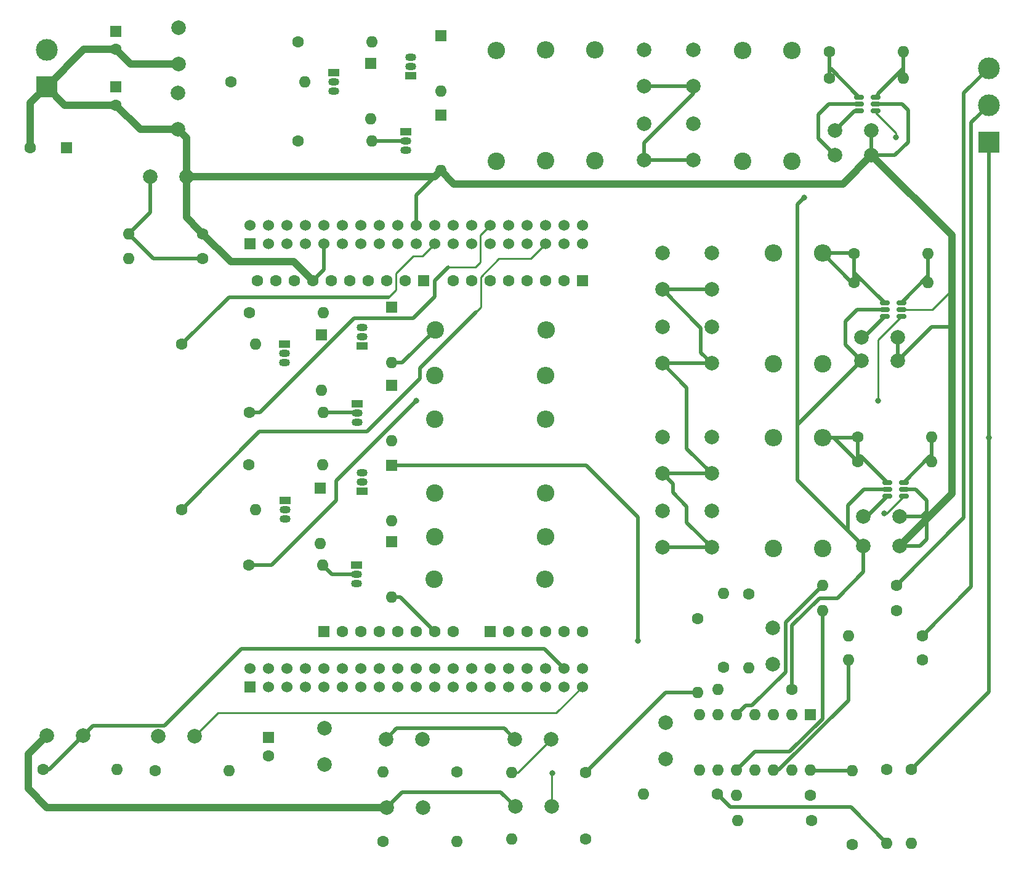
<source format=gbr>
%TF.GenerationSoftware,KiCad,Pcbnew,7.0.8*%
%TF.CreationDate,2024-01-04T13:34:46+01:00*%
%TF.ProjectId,Inverter F446,496e7665-7274-4657-9220-463434362e6b,rev?*%
%TF.SameCoordinates,Original*%
%TF.FileFunction,Copper,L1,Top*%
%TF.FilePolarity,Positive*%
%FSLAX46Y46*%
G04 Gerber Fmt 4.6, Leading zero omitted, Abs format (unit mm)*
G04 Created by KiCad (PCBNEW 7.0.8) date 2024-01-04 13:34:46*
%MOMM*%
%LPD*%
G01*
G04 APERTURE LIST*
G04 Aperture macros list*
%AMRoundRect*
0 Rectangle with rounded corners*
0 $1 Rounding radius*
0 $2 $3 $4 $5 $6 $7 $8 $9 X,Y pos of 4 corners*
0 Add a 4 corners polygon primitive as box body*
4,1,4,$2,$3,$4,$5,$6,$7,$8,$9,$2,$3,0*
0 Add four circle primitives for the rounded corners*
1,1,$1+$1,$2,$3*
1,1,$1+$1,$4,$5*
1,1,$1+$1,$6,$7*
1,1,$1+$1,$8,$9*
0 Add four rect primitives between the rounded corners*
20,1,$1+$1,$2,$3,$4,$5,0*
20,1,$1+$1,$4,$5,$6,$7,0*
20,1,$1+$1,$6,$7,$8,$9,0*
20,1,$1+$1,$8,$9,$2,$3,0*%
G04 Aperture macros list end*
%TA.AperFunction,ComponentPad*%
%ADD10C,2.000000*%
%TD*%
%TA.AperFunction,ComponentPad*%
%ADD11C,1.600000*%
%TD*%
%TA.AperFunction,ComponentPad*%
%ADD12O,1.600000X1.600000*%
%TD*%
%TA.AperFunction,ComponentPad*%
%ADD13R,1.600000X1.600000*%
%TD*%
%TA.AperFunction,ComponentPad*%
%ADD14R,1.500000X1.050000*%
%TD*%
%TA.AperFunction,ComponentPad*%
%ADD15O,1.500000X1.050000*%
%TD*%
%TA.AperFunction,ComponentPad*%
%ADD16C,2.400000*%
%TD*%
%TA.AperFunction,ComponentPad*%
%ADD17O,2.400000X2.400000*%
%TD*%
%TA.AperFunction,ComponentPad*%
%ADD18R,3.000000X3.000000*%
%TD*%
%TA.AperFunction,ComponentPad*%
%ADD19C,3.000000*%
%TD*%
%TA.AperFunction,ComponentPad*%
%ADD20R,1.605000X1.605000*%
%TD*%
%TA.AperFunction,ComponentPad*%
%ADD21C,1.605000*%
%TD*%
%TA.AperFunction,ComponentPad*%
%ADD22R,1.530000X1.530000*%
%TD*%
%TA.AperFunction,ComponentPad*%
%ADD23C,1.530000*%
%TD*%
%TA.AperFunction,SMDPad,CuDef*%
%ADD24RoundRect,0.150000X0.512500X0.150000X-0.512500X0.150000X-0.512500X-0.150000X0.512500X-0.150000X0*%
%TD*%
%TA.AperFunction,ViaPad*%
%ADD25C,0.800000*%
%TD*%
%TA.AperFunction,Conductor*%
%ADD26C,0.500000*%
%TD*%
%TA.AperFunction,Conductor*%
%ADD27C,1.000000*%
%TD*%
%TA.AperFunction,Conductor*%
%ADD28C,0.250000*%
%TD*%
G04 APERTURE END LIST*
D10*
%TO.P,C12,1*%
%TO.N,Net-(C10-Pad1)*%
X109220000Y-55860000D03*
%TO.P,C12,2*%
%TO.N,GND1*%
X109220000Y-60860000D03*
%TD*%
D11*
%TO.P,R37,1*%
%TO.N,GND*%
X39260959Y-43050087D03*
D12*
%TO.P,R37,2*%
%TO.N,ADC2_IN6*%
X29100959Y-43050087D03*
%TD*%
D13*
%TO.P,D2,1,K*%
%TO.N,Net-(D2-K)*%
X62339688Y-19656242D03*
D12*
%TO.P,D2,2,A*%
%TO.N,GND*%
X62339688Y-27276242D03*
%TD*%
D10*
%TO.P,C24,1*%
%TO.N,ADC1_IN4*%
X130078061Y-85980594D03*
%TO.P,C24,2*%
%TO.N,GND*%
X135078061Y-85980594D03*
%TD*%
D14*
%TO.P,Q3,1,C*%
%TO.N,Net-(D2-K)*%
X57274523Y-20926242D03*
D15*
%TO.P,Q3,2,B*%
%TO.N,Net-(Q3-B)*%
X57274523Y-22196242D03*
%TO.P,Q3,3,E*%
%TO.N,GND*%
X57274523Y-23466242D03*
%TD*%
D16*
%TO.P,L6,1,1*%
%TO.N,Net-(D1-A)*%
X79586667Y-33127323D03*
D17*
%TO.P,L6,2,2*%
%TO.N,Net-(L1-Pad1)*%
X79586667Y-17887323D03*
%TD*%
D13*
%TO.P,C7,1*%
%TO.N,+5V*%
X27339244Y-22871589D03*
D11*
%TO.P,C7,2*%
%TO.N,GND*%
X27339244Y-25371589D03*
%TD*%
D16*
%TO.P,L16,1,1*%
%TO.N,Net-(L15-Pad2)*%
X124460000Y-86360000D03*
D17*
%TO.P,L16,2,2*%
%TO.N,Net-(U4--)*%
X124460000Y-71120000D03*
%TD*%
D11*
%TO.P,R5,1*%
%TO.N,TIM_CH2N*%
X45685407Y-67651038D03*
D12*
%TO.P,R5,2*%
%TO.N,Net-(Q6-B)*%
X55845407Y-67651038D03*
%TD*%
D11*
%TO.P,R14,1*%
%TO.N,GND*%
X114300000Y-92611804D03*
D12*
%TO.P,R14,2*%
%TO.N,Net-(U5A-+)*%
X114300000Y-102771804D03*
%TD*%
D18*
%TO.P,J1,1,Pin_1*%
%TO.N,GND*%
X17780000Y-22860000D03*
D19*
%TO.P,J1,2,Pin_2*%
%TO.N,+5V*%
X17780000Y-17780000D03*
%TD*%
D11*
%TO.P,R1,1*%
%TO.N,Net-(D2-K)*%
X52379688Y-16701823D03*
D12*
%TO.P,R1,2*%
%TO.N,Net-(Q2-B)*%
X62539688Y-16701823D03*
%TD*%
D14*
%TO.P,Q8,1,C*%
%TO.N,Net-(D8-A)*%
X61147815Y-78446962D03*
D15*
%TO.P,Q8,2,B*%
%TO.N,Net-(Q8-B)*%
X61147815Y-77176962D03*
%TO.P,Q8,3,E*%
%TO.N,+5V*%
X61147815Y-75906962D03*
%TD*%
D10*
%TO.P,C25,1*%
%TO.N,ADC1_IN10*%
X87187777Y-112579296D03*
%TO.P,C25,2*%
%TO.N,GND*%
X82187777Y-112579296D03*
%TD*%
D11*
%TO.P,R22,1*%
%TO.N,ADC1_IN4*%
X122815658Y-120253120D03*
D12*
%TO.P,R22,2*%
%TO.N,Net-(U5C-+)*%
X112655658Y-120253120D03*
%TD*%
D11*
%TO.P,R32,1*%
%TO.N,ADC3_IN1*%
X64049887Y-126628662D03*
D12*
%TO.P,R32,2*%
%TO.N,Net-(R32-Pad2)*%
X74209887Y-126628662D03*
%TD*%
D11*
%TO.P,R25,1*%
%TO.N,Phase2*%
X138179567Y-101648266D03*
D12*
%TO.P,R25,2*%
%TO.N,Net-(U5D-+)*%
X128019567Y-101648266D03*
%TD*%
D11*
%TO.P,R21,1*%
%TO.N,Phase3*%
X133320319Y-116710364D03*
D12*
%TO.P,R21,2*%
%TO.N,Net-(U5C--)*%
X133320319Y-126870364D03*
%TD*%
D10*
%TO.P,C34,1*%
%TO.N,ADC2_IN6*%
X32020697Y-35199069D03*
%TO.P,C34,2*%
%TO.N,GND*%
X37020697Y-35199069D03*
%TD*%
D11*
%TO.P,R28,1*%
%TO.N,Net-(U5D--)*%
X128555967Y-127055435D03*
D12*
%TO.P,R28,2*%
%TO.N,Net-(R28-Pad2)*%
X128555967Y-116895435D03*
%TD*%
D13*
%TO.P,C32,1*%
%TO.N,Net-(U1A-E5V)*%
X48260000Y-112346386D03*
D11*
%TO.P,C32,2*%
%TO.N,GND*%
X48260000Y-114846386D03*
%TD*%
%TO.P,R11,1*%
%TO.N,Phase1*%
X134620000Y-91440000D03*
D12*
%TO.P,R11,2*%
%TO.N,Net-(U5B-+)*%
X124460000Y-91440000D03*
%TD*%
D11*
%TO.P,R40,1*%
%TO.N,Net-(U4--)*%
X129287238Y-71015959D03*
D12*
%TO.P,R40,2*%
%TO.N,Phase3*%
X139447238Y-71015959D03*
%TD*%
D16*
%TO.P,L3,1,1*%
%TO.N,Net-(C1-Pad1)*%
X113453332Y-33127323D03*
D17*
%TO.P,L3,2,2*%
%TO.N,Net-(L3-Pad2)*%
X113453332Y-17887323D03*
%TD*%
D11*
%TO.P,R10,1*%
%TO.N,Net-(U2--)*%
X125402877Y-21642615D03*
D12*
%TO.P,R10,2*%
%TO.N,Phase1*%
X135562877Y-21642615D03*
%TD*%
D16*
%TO.P,L7,1,1*%
%TO.N,Net-(D5-A)*%
X71205233Y-56291482D03*
D17*
%TO.P,L7,2,2*%
%TO.N,Net-(L7-Pad2)*%
X86445233Y-56291482D03*
%TD*%
D10*
%TO.P,C21,1*%
%TO.N,ADC1_IN4*%
X129840775Y-60555652D03*
%TO.P,C21,2*%
%TO.N,GND*%
X134840775Y-60555652D03*
%TD*%
D11*
%TO.P,R39,1*%
%TO.N,Net-(U3--)*%
X128860592Y-45829420D03*
D12*
%TO.P,R39,2*%
%TO.N,Phase2*%
X139020592Y-45829420D03*
%TD*%
D20*
%TO.P,U1,CN5_1,D8*%
%TO.N,unconnected-(U1F-D8-PadCN5_1)*%
X69600000Y-49530000D03*
D21*
%TO.P,U1,CN5_2,D9*%
%TO.N,unconnected-(U1F-D9-PadCN5_2)*%
X67060000Y-49530000D03*
%TO.P,U1,CN5_3,D10*%
%TO.N,unconnected-(U1F-D10-PadCN5_3)*%
X64520000Y-49530000D03*
%TO.P,U1,CN5_4,D11*%
%TO.N,unconnected-(U1F-D11-PadCN5_4)*%
X61980000Y-49530000D03*
%TO.P,U1,CN5_5,D12*%
%TO.N,unconnected-(U1F-D12-PadCN5_5)*%
X59440000Y-49530000D03*
%TO.P,U1,CN5_6,D13*%
%TO.N,unconnected-(U1F-D13-PadCN5_6)*%
X56900000Y-49530000D03*
%TO.P,U1,CN5_7,CN5_GND*%
%TO.N,GND*%
X54360000Y-49530000D03*
%TO.P,U1,CN5_8,AREF*%
%TO.N,unconnected-(U1F-AREF-PadCN5_8)*%
X51820000Y-49530000D03*
%TO.P,U1,CN5_9,D14*%
%TO.N,unconnected-(U1F-D14-PadCN5_9)*%
X49280000Y-49530000D03*
%TO.P,U1,CN5_10,D15*%
%TO.N,unconnected-(U1F-D15-PadCN5_10)*%
X46740000Y-49530000D03*
D20*
%TO.P,U1,CN6_1*%
%TO.N,N/C*%
X55880000Y-97790000D03*
D21*
%TO.P,U1,CN6_2,CN6_IOREF*%
%TO.N,unconnected-(U1C-CN6_IOREF-PadCN6_2)*%
X58420000Y-97790000D03*
%TO.P,U1,CN6_3,CN6_RESET*%
%TO.N,unconnected-(U1C-CN6_RESET-PadCN6_3)*%
X60960000Y-97790000D03*
%TO.P,U1,CN6_4,CN6_+3V3*%
%TO.N,+3.3V*%
X63500000Y-97790000D03*
%TO.P,U1,CN6_5,CN6_+5V*%
%TO.N,unconnected-(U1C-CN6_+5V-PadCN6_5)*%
X66040000Y-97790000D03*
%TO.P,U1,CN6_6,CN6_GND*%
%TO.N,GND*%
X68580000Y-97790000D03*
%TO.P,U1,CN6_7,CN6_GND*%
X71120000Y-97790000D03*
%TO.P,U1,CN6_8,CN6_VIN*%
%TO.N,unconnected-(U1C-CN6_VIN-PadCN6_8)*%
X73660000Y-97790000D03*
D22*
%TO.P,U1,CN7_1,PC10*%
%TO.N,unconnected-(U1A-PC10-PadCN7_1)*%
X45720000Y-105410000D03*
D23*
%TO.P,U1,CN7_2,PC11*%
%TO.N,unconnected-(U1A-PC11-PadCN7_2)*%
X45720000Y-102870000D03*
%TO.P,U1,CN7_3,PC12*%
%TO.N,unconnected-(U1A-PC12-PadCN7_3)*%
X48260000Y-105410000D03*
%TO.P,U1,CN7_4,PD2*%
%TO.N,unconnected-(U1A-PD2-PadCN7_4)*%
X48260000Y-102870000D03*
%TO.P,U1,CN7_5,VDD*%
%TO.N,unconnected-(U1A-VDD-PadCN7_5)*%
X50800000Y-105410000D03*
%TO.P,U1,CN7_6,E5V*%
%TO.N,Net-(U1A-E5V)*%
X50800000Y-102870000D03*
%TO.P,U1,CN7_7,BOOT0*%
%TO.N,unconnected-(U1A-BOOT0-PadCN7_7)*%
X53340000Y-105410000D03*
%TO.P,U1,CN7_8,CN7_GND*%
%TO.N,GND*%
X53340000Y-102870000D03*
%TO.P,U1,CN7_9*%
%TO.N,N/C*%
X55880000Y-105410000D03*
%TO.P,U1,CN7_10*%
X55880000Y-102870000D03*
%TO.P,U1,CN7_11*%
X58420000Y-105410000D03*
%TO.P,U1,CN7_12,CN7_IOREF*%
%TO.N,unconnected-(U1A-CN7_IOREF-PadCN7_12)*%
X58420000Y-102870000D03*
%TO.P,U1,CN7_13,PA13*%
%TO.N,unconnected-(U1A-PA13-PadCN7_13)*%
X60960000Y-105410000D03*
%TO.P,U1,CN7_14,CN7_RESET*%
%TO.N,unconnected-(U1A-CN7_RESET-PadCN7_14)*%
X60960000Y-102870000D03*
%TO.P,U1,CN7_15,PA14*%
%TO.N,unconnected-(U1A-PA14-PadCN7_15)*%
X63500000Y-105410000D03*
%TO.P,U1,CN7_16,CN7_+3V3*%
%TO.N,+3.3V*%
X63500000Y-102870000D03*
%TO.P,U1,CN7_17,PA15*%
%TO.N,unconnected-(U1A-PA15-PadCN7_17)*%
X66040000Y-105410000D03*
%TO.P,U1,CN7_18,CN7_+5V*%
%TO.N,unconnected-(U1A-CN7_+5V-PadCN7_18)*%
X66040000Y-102870000D03*
%TO.P,U1,CN7_19,CN7_GND*%
%TO.N,GND*%
X68580000Y-105410000D03*
%TO.P,U1,CN7_20,CN7_GND*%
X68580000Y-102870000D03*
%TO.P,U1,CN7_21,PB7*%
%TO.N,unconnected-(U1A-PB7-PadCN7_21)*%
X71120000Y-105410000D03*
%TO.P,U1,CN7_22,CN7_GND*%
%TO.N,GND*%
X71120000Y-102870000D03*
%TO.P,U1,CN7_23,PC13*%
%TO.N,unconnected-(U1A-PC13-PadCN7_23)*%
X73660000Y-105410000D03*
%TO.P,U1,CN7_24,CN7_VIN*%
%TO.N,unconnected-(U1A-CN7_VIN-PadCN7_24)*%
X73660000Y-102870000D03*
%TO.P,U1,CN7_25,PC14*%
%TO.N,unconnected-(U1A-PC14-PadCN7_25)*%
X76200000Y-105410000D03*
%TO.P,U1,CN7_26*%
%TO.N,N/C*%
X76200000Y-102870000D03*
%TO.P,U1,CN7_27,PC15*%
%TO.N,unconnected-(U1A-PC15-PadCN7_27)*%
X78740000Y-105410000D03*
%TO.P,U1,CN7_28,PA0*%
%TO.N,ADC3_IN0*%
X78740000Y-102870000D03*
%TO.P,U1,CN7_29,PH0*%
%TO.N,unconnected-(U1A-PH0-PadCN7_29)*%
X81280000Y-105410000D03*
%TO.P,U1,CN7_30,PA1*%
%TO.N,ADC3_IN1*%
X81280000Y-102870000D03*
%TO.P,U1,CN7_31,PH1*%
%TO.N,unconnected-(U1A-PH1-PadCN7_31)*%
X83820000Y-105410000D03*
%TO.P,U1,CN7_32,PA4*%
%TO.N,ADC1_IN4*%
X83820000Y-102870000D03*
%TO.P,U1,CN7_33,VBAT*%
%TO.N,unconnected-(U1A-VBAT-PadCN7_33)*%
X86360000Y-105410000D03*
%TO.P,U1,CN7_34,PB0*%
%TO.N,unconnected-(U1A-PB0-PadCN7_34)*%
X86360000Y-102870000D03*
%TO.P,U1,CN7_35,PC2*%
%TO.N,ADC2_IN12*%
X88900000Y-105410000D03*
%TO.P,U1,CN7_36,PC1/PB9*%
%TO.N,ADC1_IN11*%
X88900000Y-102870000D03*
%TO.P,U1,CN7_37,PC3*%
%TO.N,ADC2_IN13*%
X91440000Y-105410000D03*
%TO.P,U1,CN7_38,PC0/PB8*%
%TO.N,ADC1_IN10*%
X91440000Y-102870000D03*
D20*
%TO.P,U1,CN8_1,A0*%
%TO.N,unconnected-(U1E-A0-PadCN8_1)*%
X78740000Y-97790000D03*
D21*
%TO.P,U1,CN8_2,A1*%
%TO.N,unconnected-(U1E-A1-PadCN8_2)*%
X81280000Y-97790000D03*
%TO.P,U1,CN8_3,A2*%
%TO.N,unconnected-(U1E-A2-PadCN8_3)*%
X83820000Y-97790000D03*
%TO.P,U1,CN8_4,A3*%
%TO.N,unconnected-(U1E-A3-PadCN8_4)*%
X86360000Y-97790000D03*
%TO.P,U1,CN8_5,A4*%
%TO.N,unconnected-(U1E-A4-PadCN8_5)*%
X88900000Y-97790000D03*
%TO.P,U1,CN8_6,A5*%
%TO.N,unconnected-(U1E-A5-PadCN8_6)*%
X91440000Y-97790000D03*
D20*
%TO.P,U1,CN9_1,D0*%
%TO.N,unconnected-(U1D-D0-PadCN9_1)*%
X91440000Y-49530000D03*
D21*
%TO.P,U1,CN9_2,D1*%
%TO.N,unconnected-(U1D-D1-PadCN9_2)*%
X88900000Y-49530000D03*
%TO.P,U1,CN9_3,D2*%
%TO.N,unconnected-(U1D-D2-PadCN9_3)*%
X86360000Y-49530000D03*
%TO.P,U1,CN9_4,D3*%
%TO.N,unconnected-(U1D-D3-PadCN9_4)*%
X83820000Y-49530000D03*
%TO.P,U1,CN9_5,D4*%
%TO.N,unconnected-(U1D-D4-PadCN9_5)*%
X81280000Y-49530000D03*
%TO.P,U1,CN9_6,D5*%
%TO.N,unconnected-(U1D-D5-PadCN9_6)*%
X78740000Y-49530000D03*
%TO.P,U1,CN9_7,D6*%
%TO.N,unconnected-(U1D-D6-PadCN9_7)*%
X76200000Y-49530000D03*
%TO.P,U1,CN9_8,D7*%
%TO.N,unconnected-(U1D-D7-PadCN9_8)*%
X73660000Y-49530000D03*
D22*
%TO.P,U1,CN10_1,PC9*%
%TO.N,unconnected-(U1B-PC9-PadCN10_1)*%
X45720000Y-44450000D03*
D23*
%TO.P,U1,CN10_2,PC8*%
%TO.N,unconnected-(U1B-PC8-PadCN10_2)*%
X45720000Y-41910000D03*
%TO.P,U1,CN10_3,PB8*%
%TO.N,unconnected-(U1B-PB8-PadCN10_3)*%
X48260000Y-44450000D03*
%TO.P,U1,CN10_4,PC6*%
%TO.N,unconnected-(U1B-PC6-PadCN10_4)*%
X48260000Y-41910000D03*
%TO.P,U1,CN10_5,PB9*%
%TO.N,unconnected-(U1B-PB9-PadCN10_5)*%
X50800000Y-44450000D03*
%TO.P,U1,CN10_6,PC5*%
%TO.N,unconnected-(U1B-PC5-PadCN10_6)*%
X50800000Y-41910000D03*
%TO.P,U1,CN10_7,AVDD*%
%TO.N,unconnected-(U1B-AVDD-PadCN10_7)*%
X53340000Y-44450000D03*
%TO.P,U1,CN10_8,U5V*%
%TO.N,unconnected-(U1B-U5V-PadCN10_8)*%
X53340000Y-41910000D03*
%TO.P,U1,CN10_9,CN10_GND*%
%TO.N,GND*%
X55880000Y-44450000D03*
%TO.P,U1,CN10_10*%
%TO.N,N/C*%
X55880000Y-41910000D03*
%TO.P,U1,CN10_11,PA5*%
%TO.N,unconnected-(U1B-PA5-PadCN10_11)*%
X58420000Y-44450000D03*
%TO.P,U1,CN10_12,PA12*%
%TO.N,unconnected-(U1B-PA12-PadCN10_12)*%
X58420000Y-41910000D03*
%TO.P,U1,CN10_13,PA6*%
%TO.N,ADC2_IN6*%
X60960000Y-44450000D03*
%TO.P,U1,CN10_14,PA11*%
%TO.N,unconnected-(U1B-PA11-PadCN10_14)*%
X60960000Y-41910000D03*
%TO.P,U1,CN10_15,PA7*%
%TO.N,unconnected-(U1B-PA7-PadCN10_15)*%
X63500000Y-44450000D03*
%TO.P,U1,CN10_16,PB12*%
%TO.N,unconnected-(U1B-PB12-PadCN10_16)*%
X63500000Y-41910000D03*
%TO.P,U1,CN10_17,PB6*%
%TO.N,unconnected-(U1B-PB6-PadCN10_17)*%
X66040000Y-44450000D03*
%TO.P,U1,CN10_18*%
%TO.N,N/C*%
X66040000Y-41910000D03*
%TO.P,U1,CN10_19,PC7*%
%TO.N,unconnected-(U1B-PC7-PadCN10_19)*%
X68580000Y-44450000D03*
%TO.P,U1,CN10_20,CN10_GND*%
%TO.N,GND*%
X68580000Y-41910000D03*
%TO.P,U1,CN10_21,PA9*%
%TO.N,TIM_CH2*%
X71120000Y-44450000D03*
%TO.P,U1,CN10_22,PB2*%
%TO.N,unconnected-(U1B-PB2-PadCN10_22)*%
X71120000Y-41910000D03*
%TO.P,U1,CN10_23,PA8*%
%TO.N,TIM_CH1*%
X73660000Y-44450000D03*
%TO.P,U1,CN10_24,PB1*%
%TO.N,unconnected-(U1B-PB1-PadCN10_24)*%
X73660000Y-41910000D03*
%TO.P,U1,CN10_25,PB10*%
%TO.N,unconnected-(U1B-PB10-PadCN10_25)*%
X76200000Y-44450000D03*
%TO.P,U1,CN10_26,PB15*%
%TO.N,TIM_CH3N*%
X76200000Y-41910000D03*
%TO.P,U1,CN10_27,PB4*%
%TO.N,unconnected-(U1B-PB4-PadCN10_27)*%
X78740000Y-44450000D03*
%TO.P,U1,CN10_28,PB14*%
%TO.N,TIM_CH2N*%
X78740000Y-41910000D03*
%TO.P,U1,CN10_29,PB5*%
%TO.N,unconnected-(U1B-PB5-PadCN10_29)*%
X81280000Y-44450000D03*
%TO.P,U1,CN10_30,PB13*%
%TO.N,TIM_CH1N*%
X81280000Y-41910000D03*
%TO.P,U1,CN10_31,PB3*%
%TO.N,unconnected-(U1B-PB3-PadCN10_31)*%
X83820000Y-44450000D03*
%TO.P,U1,CN10_32,AGND*%
%TO.N,unconnected-(U1B-AGND-PadCN10_32)*%
X83820000Y-41910000D03*
%TO.P,U1,CN10_33,PA10*%
%TO.N,TIM_CH3*%
X86360000Y-44450000D03*
%TO.P,U1,CN10_34,PC4*%
%TO.N,unconnected-(U1B-PC4-PadCN10_34)*%
X86360000Y-41910000D03*
%TO.P,U1,CN10_35,PA2*%
%TO.N,unconnected-(U1B-PA2-PadCN10_35)*%
X88900000Y-44450000D03*
%TO.P,U1,CN10_36*%
%TO.N,N/C*%
X88900000Y-41910000D03*
%TO.P,U1,CN10_37,PA3*%
%TO.N,unconnected-(U1B-PA3-PadCN10_37)*%
X91440000Y-44450000D03*
%TO.P,U1,CN10_38*%
%TO.N,N/C*%
X91440000Y-41910000D03*
%TD*%
D10*
%TO.P,C30,1*%
%TO.N,ADC3_IN1*%
X69530528Y-121966945D03*
%TO.P,C30,2*%
%TO.N,GND*%
X64530528Y-121966945D03*
%TD*%
D16*
%TO.P,L15,1,1*%
%TO.N,Net-(C13-Pad1)*%
X117686665Y-86360000D03*
D17*
%TO.P,L15,2,2*%
%TO.N,Net-(L15-Pad2)*%
X117686665Y-71120000D03*
%TD*%
D11*
%TO.P,R6,1*%
%TO.N,Net-(D4-K)*%
X45643489Y-53947960D03*
D12*
%TO.P,R6,2*%
%TO.N,Net-(Q5-B)*%
X55803489Y-53947960D03*
%TD*%
D11*
%TO.P,R31,1*%
%TO.N,ADC2_IN13*%
X32730388Y-116927792D03*
D12*
%TO.P,R31,2*%
%TO.N,Net-(R31-Pad2)*%
X42890388Y-116927792D03*
%TD*%
D11*
%TO.P,R24,1*%
%TO.N,Net-(R23-Pad2)*%
X91932762Y-126311292D03*
D12*
%TO.P,R24,2*%
%TO.N,ADC2_IN12*%
X81772762Y-126311292D03*
%TD*%
D11*
%TO.P,R18,1*%
%TO.N,Net-(U4--)*%
X129287238Y-74405629D03*
D12*
%TO.P,R18,2*%
%TO.N,Phase3*%
X139447238Y-74405629D03*
%TD*%
D11*
%TO.P,R26,1*%
%TO.N,Phase3*%
X136681888Y-116739651D03*
D12*
%TO.P,R26,2*%
%TO.N,Net-(U5D--)*%
X136681888Y-126899651D03*
%TD*%
D10*
%TO.P,C13,1*%
%TO.N,Net-(C13-Pad1)*%
X102446667Y-71040000D03*
%TO.P,C13,2*%
%TO.N,GND1*%
X102446667Y-76040000D03*
%TD*%
D13*
%TO.P,D3,1,K*%
%TO.N,Net-(D1-A)*%
X71966667Y-26777323D03*
D12*
%TO.P,D3,2,A*%
%TO.N,GND*%
X71966667Y-34397323D03*
%TD*%
D16*
%TO.P,L11,1,1*%
%TO.N,Net-(L10-Pad2)*%
X124460000Y-60960000D03*
D17*
%TO.P,L11,2,2*%
%TO.N,Net-(U3--)*%
X124460000Y-45720000D03*
%TD*%
D11*
%TO.P,R36,1*%
%TO.N,ADC2_IN6*%
X39263895Y-46456938D03*
D12*
%TO.P,R36,2*%
%TO.N,+5V*%
X29103895Y-46456938D03*
%TD*%
D10*
%TO.P,C19,1*%
%TO.N,ADC1_IN4*%
X126223022Y-32251284D03*
%TO.P,C19,2*%
%TO.N,GND*%
X131223022Y-32251284D03*
%TD*%
D16*
%TO.P,L9,1,1*%
%TO.N,Net-(L8-Pad2)*%
X71120000Y-68580000D03*
D17*
%TO.P,L9,2,2*%
%TO.N,Net-(C10-Pad1)*%
X86360000Y-68580000D03*
%TD*%
D11*
%TO.P,R7,1*%
%TO.N,TIM_CH3*%
X36350390Y-80986962D03*
D12*
%TO.P,R7,2*%
%TO.N,Net-(Q7-B)*%
X46510390Y-80986962D03*
%TD*%
D10*
%TO.P,C23,1*%
%TO.N,+5V*%
X102884990Y-110277675D03*
%TO.P,C23,2*%
%TO.N,GND*%
X102884990Y-115277675D03*
%TD*%
D14*
%TO.P,Q2,1,C*%
%TO.N,Net-(D1-A)*%
X67894116Y-21328393D03*
D15*
%TO.P,Q2,2,B*%
%TO.N,Net-(Q2-B)*%
X67894116Y-20058393D03*
%TO.P,Q2,3,E*%
%TO.N,+5V*%
X67894116Y-18788393D03*
%TD*%
D24*
%TO.P,U4,1*%
%TO.N,Net-(R32-Pad2)*%
X135643856Y-79160826D03*
%TO.P,U4,2,GND*%
%TO.N,GND*%
X135643856Y-78210826D03*
%TO.P,U4,3,+*%
%TO.N,Phase3*%
X135643856Y-77260826D03*
%TO.P,U4,4,-*%
%TO.N,Net-(U4--)*%
X133368856Y-77260826D03*
%TO.P,U4,5,REF*%
%TO.N,ADC1_IN4*%
X133368856Y-78210826D03*
%TO.P,U4,6,V+*%
%TO.N,+5V*%
X133368856Y-79160826D03*
%TD*%
D10*
%TO.P,C3,1*%
%TO.N,Net-(C1-Pad1)*%
X99906666Y-27914127D03*
%TO.P,C3,2*%
%TO.N,GND1*%
X99906666Y-32914127D03*
%TD*%
%TO.P,C28,1*%
%TO.N,ADC1_IN11*%
X22780000Y-112103866D03*
%TO.P,C28,2*%
%TO.N,GND*%
X17780000Y-112103866D03*
%TD*%
D11*
%TO.P,R29,1*%
%TO.N,Net-(R28-Pad2)*%
X74228929Y-117082212D03*
D12*
%TO.P,R29,2*%
%TO.N,ADC3_IN0*%
X64068929Y-117082212D03*
%TD*%
D16*
%TO.P,L12,1,1*%
%TO.N,Net-(D8-A)*%
X71120000Y-78740000D03*
D17*
%TO.P,L12,2,2*%
%TO.N,Net-(L12-Pad2)*%
X86360000Y-78740000D03*
%TD*%
D16*
%TO.P,L14,1,1*%
%TO.N,Net-(L13-Pad2)*%
X71053576Y-90563547D03*
D17*
%TO.P,L14,2,2*%
%TO.N,Net-(C13-Pad1)*%
X86293576Y-90563547D03*
%TD*%
D10*
%TO.P,C22,1*%
%TO.N,+5V*%
X130078061Y-81930594D03*
%TO.P,C22,2*%
%TO.N,GND*%
X135078061Y-81930594D03*
%TD*%
%TO.P,C20,1*%
%TO.N,+5V*%
X129840775Y-57266421D03*
%TO.P,C20,2*%
%TO.N,GND*%
X134840775Y-57266421D03*
%TD*%
D14*
%TO.P,Q9,1,C*%
%TO.N,Net-(D8-A)*%
X60427815Y-88606962D03*
D15*
%TO.P,Q9,2,B*%
%TO.N,Net-(Q9-B)*%
X60427815Y-89876962D03*
%TO.P,Q9,3,E*%
%TO.N,GND*%
X60427815Y-91146962D03*
%TD*%
D13*
%TO.P,D4,1,K*%
%TO.N,Net-(D4-K)*%
X55566016Y-56982470D03*
D12*
%TO.P,D4,2,A*%
%TO.N,GND*%
X55566016Y-64602470D03*
%TD*%
D10*
%TO.P,C6,1*%
%TO.N,+5V*%
X35939341Y-14742570D03*
%TO.P,C6,2*%
%TO.N,GND*%
X35939341Y-19742570D03*
%TD*%
D11*
%TO.P,R17,1*%
%TO.N,Net-(U5B--)*%
X107286967Y-96031382D03*
D12*
%TO.P,R17,2*%
%TO.N,Net-(R17-Pad2)*%
X107286967Y-106191382D03*
%TD*%
D10*
%TO.P,C4,1*%
%TO.N,Net-(C1-Pad1)*%
X106679999Y-27914127D03*
%TO.P,C4,2*%
%TO.N,GND1*%
X106679999Y-32914127D03*
%TD*%
D13*
%TO.P,C8,1*%
%TO.N,+5V*%
X27339244Y-15210639D03*
D11*
%TO.P,C8,2*%
%TO.N,GND*%
X27339244Y-17710639D03*
%TD*%
%TO.P,R27,1*%
%TO.N,ADC1_IN4*%
X122956641Y-123783096D03*
D12*
%TO.P,R27,2*%
%TO.N,Net-(U5D-+)*%
X112796641Y-123783096D03*
%TD*%
D10*
%TO.P,C5,1*%
%TO.N,+5V*%
X35829030Y-23685503D03*
%TO.P,C5,2*%
%TO.N,GND*%
X35829030Y-28685503D03*
%TD*%
D16*
%TO.P,L8,1,1*%
%TO.N,Net-(L7-Pad2)*%
X71120000Y-62535377D03*
D17*
%TO.P,L8,2,2*%
%TO.N,Net-(L8-Pad2)*%
X86360000Y-62535377D03*
%TD*%
D10*
%TO.P,C16,1*%
%TO.N,Net-(C13-Pad1)*%
X109220000Y-81180000D03*
%TO.P,C16,2*%
%TO.N,GND1*%
X109220000Y-86180000D03*
%TD*%
%TO.P,C14,1*%
%TO.N,Net-(C13-Pad1)*%
X109220000Y-71040000D03*
%TO.P,C14,2*%
%TO.N,GND1*%
X109220000Y-76040000D03*
%TD*%
%TO.P,C27,1*%
%TO.N,ADC3_IN0*%
X69503792Y-112555624D03*
%TO.P,C27,2*%
%TO.N,GND*%
X64503792Y-112555624D03*
%TD*%
%TO.P,C9,1*%
%TO.N,Net-(C10-Pad1)*%
X102446667Y-45720000D03*
%TO.P,C9,2*%
%TO.N,GND1*%
X102446667Y-50720000D03*
%TD*%
D16*
%TO.P,L1,1,1*%
%TO.N,Net-(L1-Pad1)*%
X86360000Y-33020000D03*
D17*
%TO.P,L1,2,2*%
%TO.N,Net-(L1-Pad2)*%
X86360000Y-17780000D03*
%TD*%
D13*
%TO.P,D8,1,K*%
%TO.N,+5V*%
X65240351Y-74929895D03*
D12*
%TO.P,D8,2,A*%
%TO.N,Net-(D8-A)*%
X65240351Y-82549895D03*
%TD*%
D10*
%TO.P,C10,1*%
%TO.N,Net-(C10-Pad1)*%
X109220000Y-45720000D03*
%TO.P,C10,2*%
%TO.N,GND1*%
X109220000Y-50720000D03*
%TD*%
D13*
%TO.P,D5,1,K*%
%TO.N,+5V*%
X65272386Y-53194390D03*
D12*
%TO.P,D5,2,A*%
%TO.N,Net-(D5-A)*%
X65272386Y-60814390D03*
%TD*%
D10*
%TO.P,C26,1*%
%TO.N,ADC2_IN12*%
X87225483Y-121815448D03*
%TO.P,C26,2*%
%TO.N,GND*%
X82225483Y-121815448D03*
%TD*%
D11*
%TO.P,R38,1*%
%TO.N,Net-(U2--)*%
X125402877Y-17977129D03*
D12*
%TO.P,R38,2*%
%TO.N,Phase1*%
X135562877Y-17977129D03*
%TD*%
D11*
%TO.P,R4,1*%
%TO.N,TIM_CH2*%
X36402410Y-58252470D03*
D12*
%TO.P,R4,2*%
%TO.N,Net-(Q1-B)*%
X46562410Y-58252470D03*
%TD*%
D11*
%TO.P,R3,1*%
%TO.N,TIM_CH1N*%
X52379688Y-30289442D03*
D12*
%TO.P,R3,2*%
%TO.N,Net-(Q4-B)*%
X62539688Y-30289442D03*
%TD*%
D14*
%TO.P,Q5,1,C*%
%TO.N,Net-(D5-A)*%
X61199835Y-58514732D03*
D15*
%TO.P,Q5,2,B*%
%TO.N,Net-(Q5-B)*%
X61199835Y-57244732D03*
%TO.P,Q5,3,E*%
%TO.N,+5V*%
X61199835Y-55974732D03*
%TD*%
D11*
%TO.P,R8,1*%
%TO.N,TIM_CH3N*%
X45633387Y-88606962D03*
D12*
%TO.P,R8,2*%
%TO.N,Net-(Q9-B)*%
X55793387Y-88606962D03*
%TD*%
D11*
%TO.P,R15,1*%
%TO.N,Net-(U3--)*%
X128834806Y-49767842D03*
D12*
%TO.P,R15,2*%
%TO.N,Phase2*%
X138994806Y-49767842D03*
%TD*%
D10*
%TO.P,C29,1*%
%TO.N,ADC2_IN13*%
X38157677Y-112201796D03*
%TO.P,C29,2*%
%TO.N,GND*%
X33157677Y-112201796D03*
%TD*%
D13*
%TO.P,D1,1,K*%
%TO.N,+5V*%
X71966667Y-15830566D03*
D12*
%TO.P,D1,2,A*%
%TO.N,Net-(D1-A)*%
X71966667Y-23450566D03*
%TD*%
D11*
%TO.P,R16,1*%
%TO.N,ADC1_IN4*%
X120278364Y-105719119D03*
D12*
%TO.P,R16,2*%
%TO.N,Net-(U5B-+)*%
X110118364Y-105719119D03*
%TD*%
D11*
%TO.P,R9,1*%
%TO.N,Net-(D7-K)*%
X45591469Y-74825039D03*
D12*
%TO.P,R9,2*%
%TO.N,Net-(Q8-B)*%
X55751469Y-74825039D03*
%TD*%
D13*
%TO.P,D7,1,K*%
%TO.N,Net-(D7-K)*%
X55375315Y-78048918D03*
D12*
%TO.P,D7,2,A*%
%TO.N,GND*%
X55375315Y-85668918D03*
%TD*%
D16*
%TO.P,L13,1,1*%
%TO.N,Net-(L12-Pad2)*%
X71120000Y-84718198D03*
D17*
%TO.P,L13,2,2*%
%TO.N,Net-(L13-Pad2)*%
X86360000Y-84718198D03*
%TD*%
D13*
%TO.P,C33,1*%
%TO.N,+5V*%
X20563953Y-31261220D03*
D11*
%TO.P,C33,2*%
%TO.N,GND*%
X15563953Y-31261220D03*
%TD*%
D10*
%TO.P,C1,1*%
%TO.N,Net-(C1-Pad1)*%
X99906666Y-17774127D03*
%TO.P,C1,2*%
%TO.N,GND1*%
X99906666Y-22774127D03*
%TD*%
D14*
%TO.P,Q1,1,C*%
%TO.N,Net-(D4-K)*%
X50500851Y-58252470D03*
D15*
%TO.P,Q1,2,B*%
%TO.N,Net-(Q1-B)*%
X50500851Y-59522470D03*
%TO.P,Q1,3,E*%
%TO.N,GND*%
X50500851Y-60792470D03*
%TD*%
D13*
%TO.P,D9,1,K*%
%TO.N,Net-(D8-A)*%
X65243743Y-85450239D03*
D12*
%TO.P,D9,2,A*%
%TO.N,GND*%
X65243743Y-93070239D03*
%TD*%
D10*
%TO.P,C17,1*%
%TO.N,+5V*%
X126199089Y-28871610D03*
%TO.P,C17,2*%
%TO.N,GND*%
X131199089Y-28871610D03*
%TD*%
D11*
%TO.P,R30,1*%
%TO.N,ADC1_IN11*%
X17294668Y-116715617D03*
D12*
%TO.P,R30,2*%
%TO.N,Net-(R30-Pad2)*%
X27454668Y-116715617D03*
%TD*%
D14*
%TO.P,Q6,1,C*%
%TO.N,Net-(D5-A)*%
X60479835Y-66439277D03*
D15*
%TO.P,Q6,2,B*%
%TO.N,Net-(Q6-B)*%
X60479835Y-67709277D03*
%TO.P,Q6,3,E*%
%TO.N,GND*%
X60479835Y-68979277D03*
%TD*%
D16*
%TO.P,L2,1,1*%
%TO.N,Net-(L1-Pad2)*%
X93133333Y-32964127D03*
D17*
%TO.P,L2,2,2*%
%TO.N,Net-(C1-Pad1)*%
X93133333Y-17724127D03*
%TD*%
D11*
%TO.P,R2,1*%
%TO.N,TIM_CH1*%
X43176082Y-22177431D03*
D12*
%TO.P,R2,2*%
%TO.N,Net-(Q3-B)*%
X53336082Y-22177431D03*
%TD*%
D10*
%TO.P,C11,1*%
%TO.N,Net-(C10-Pad1)*%
X102446667Y-55860000D03*
%TO.P,C11,2*%
%TO.N,GND1*%
X102446667Y-60860000D03*
%TD*%
%TO.P,C15,1*%
%TO.N,Net-(C13-Pad1)*%
X102446667Y-81180000D03*
%TO.P,C15,2*%
%TO.N,GND1*%
X102446667Y-86180000D03*
%TD*%
%TO.P,C31,1*%
%TO.N,Net-(U1A-E5V)*%
X55999631Y-111028765D03*
%TO.P,C31,2*%
%TO.N,GND*%
X55999631Y-116028765D03*
%TD*%
D11*
%TO.P,R20,1*%
%TO.N,Phase1*%
X134652999Y-94895396D03*
D12*
%TO.P,R20,2*%
%TO.N,Net-(U5C-+)*%
X124492999Y-94895396D03*
%TD*%
D10*
%TO.P,C18,1*%
%TO.N,Net-(U5A-+)*%
X117629435Y-102268518D03*
%TO.P,C18,2*%
%TO.N,GND*%
X117629435Y-97268518D03*
%TD*%
D13*
%TO.P,U5,1*%
%TO.N,ADC1_IN4*%
X122796621Y-109220000D03*
D12*
%TO.P,U5,2,-*%
X120256621Y-109220000D03*
%TO.P,U5,3,+*%
%TO.N,Net-(U5A-+)*%
X117716621Y-109220000D03*
%TO.P,U5,4,V+*%
%TO.N,+5V*%
X115176621Y-109220000D03*
%TO.P,U5,5,+*%
%TO.N,Net-(U5B-+)*%
X112636621Y-109220000D03*
%TO.P,U5,6,-*%
%TO.N,Net-(U5B--)*%
X110096621Y-109220000D03*
%TO.P,U5,7*%
%TO.N,Net-(R17-Pad2)*%
X107556621Y-109220000D03*
%TO.P,U5,8*%
%TO.N,Net-(R23-Pad2)*%
X107556621Y-116840000D03*
%TO.P,U5,9,-*%
%TO.N,Net-(U5C--)*%
X110096621Y-116840000D03*
%TO.P,U5,10,+*%
%TO.N,Net-(U5C-+)*%
X112636621Y-116840000D03*
%TO.P,U5,11,V-*%
%TO.N,GND*%
X115176621Y-116840000D03*
%TO.P,U5,12,+*%
%TO.N,Net-(U5D-+)*%
X117716621Y-116840000D03*
%TO.P,U5,13,-*%
%TO.N,Net-(U5D--)*%
X120256621Y-116840000D03*
%TO.P,U5,14*%
%TO.N,Net-(R28-Pad2)*%
X122796621Y-116840000D03*
%TD*%
D18*
%TO.P,J2,1,Pin_1*%
%TO.N,Phase3*%
X147320000Y-30480000D03*
D19*
%TO.P,J2,2,Pin_2*%
%TO.N,Phase2*%
X147320000Y-25400000D03*
%TO.P,J2,3,Pin_3*%
%TO.N,Phase1*%
X147320000Y-20320000D03*
%TD*%
D11*
%TO.P,R23,1*%
%TO.N,Net-(U5C--)*%
X110017191Y-120101531D03*
D12*
%TO.P,R23,2*%
%TO.N,Net-(R23-Pad2)*%
X99857191Y-120101531D03*
%TD*%
D24*
%TO.P,U2,1*%
%TO.N,Net-(R30-Pad2)*%
X131786589Y-26149754D03*
%TO.P,U2,2,GND*%
%TO.N,GND*%
X131786589Y-25199754D03*
%TO.P,U2,3,+*%
%TO.N,Phase1*%
X131786589Y-24249754D03*
%TO.P,U2,4,-*%
%TO.N,Net-(U2--)*%
X129511589Y-24249754D03*
%TO.P,U2,5,REF*%
%TO.N,ADC1_IN4*%
X129511589Y-25199754D03*
%TO.P,U2,6,V+*%
%TO.N,+5V*%
X129511589Y-26149754D03*
%TD*%
D16*
%TO.P,L4,1,1*%
%TO.N,Net-(L3-Pad2)*%
X120226667Y-33127323D03*
D17*
%TO.P,L4,2,2*%
%TO.N,Net-(U2--)*%
X120226667Y-17887323D03*
%TD*%
D24*
%TO.P,U3,1*%
%TO.N,Net-(R31-Pad2)*%
X135302338Y-54442906D03*
%TO.P,U3,2,GND*%
%TO.N,GND*%
X135302338Y-53492906D03*
%TO.P,U3,3,+*%
%TO.N,Phase2*%
X135302338Y-52542906D03*
%TO.P,U3,4,-*%
%TO.N,Net-(U3--)*%
X133027338Y-52542906D03*
%TO.P,U3,5,REF*%
%TO.N,ADC1_IN4*%
X133027338Y-53492906D03*
%TO.P,U3,6,V+*%
%TO.N,+5V*%
X133027338Y-54442906D03*
%TD*%
D10*
%TO.P,C2,1*%
%TO.N,Net-(C1-Pad1)*%
X106679999Y-17774127D03*
%TO.P,C2,2*%
%TO.N,GND1*%
X106679999Y-22774127D03*
%TD*%
D11*
%TO.P,R12,1*%
%TO.N,Phase2*%
X138203982Y-98332267D03*
D12*
%TO.P,R12,2*%
%TO.N,Net-(U5B--)*%
X128043982Y-98332267D03*
%TD*%
D13*
%TO.P,D6,1,K*%
%TO.N,Net-(D5-A)*%
X65272386Y-63899492D03*
D12*
%TO.P,D6,2,A*%
%TO.N,GND*%
X65272386Y-71519492D03*
%TD*%
D16*
%TO.P,L10,1,1*%
%TO.N,Net-(C10-Pad1)*%
X117686665Y-60960000D03*
D17*
%TO.P,L10,2,2*%
%TO.N,Net-(L10-Pad2)*%
X117686665Y-45720000D03*
%TD*%
D11*
%TO.P,R19,1*%
%TO.N,Net-(R17-Pad2)*%
X91906915Y-117204549D03*
D12*
%TO.P,R19,2*%
%TO.N,ADC1_IN10*%
X81746915Y-117204549D03*
%TD*%
D14*
%TO.P,Q4,1,C*%
%TO.N,Net-(D1-A)*%
X67174116Y-29015621D03*
D15*
%TO.P,Q4,2,B*%
%TO.N,Net-(Q4-B)*%
X67174116Y-30285621D03*
%TO.P,Q4,3,E*%
%TO.N,GND*%
X67174116Y-31555621D03*
%TD*%
D11*
%TO.P,R13,1*%
%TO.N,Net-(U5A-+)*%
X110880422Y-102655886D03*
D12*
%TO.P,R13,2*%
%TO.N,+3.3V*%
X110880422Y-92495886D03*
%TD*%
D14*
%TO.P,Q7,1,C*%
%TO.N,Net-(D7-K)*%
X50560678Y-79703833D03*
D15*
%TO.P,Q7,2,B*%
%TO.N,Net-(Q7-B)*%
X50560678Y-80973833D03*
%TO.P,Q7,3,E*%
%TO.N,GND*%
X50560678Y-82243833D03*
%TD*%
D25*
%TO.N,+5V*%
X99060000Y-99060000D03*
%TO.N,Phase3*%
X147320000Y-71120000D03*
%TO.N,Net-(R30-Pad2)*%
X134597508Y-29782754D03*
%TO.N,Net-(R31-Pad2)*%
X132080000Y-66040000D03*
%TO.N,Net-(R32-Pad2)*%
X133003065Y-81516163D03*
%TO.N,TIM_CH3N*%
X68602470Y-66040000D03*
%TO.N,ADC1_IN4*%
X121920000Y-38100000D03*
%TO.N,ADC2_IN12*%
X87293308Y-117224622D03*
%TD*%
D26*
%TO.N,GND1*%
X102446667Y-86180000D02*
X109220000Y-86180000D01*
X103896667Y-78638720D02*
X105820313Y-80562366D01*
X99906666Y-30547460D02*
X99906666Y-32914127D01*
X102446667Y-60860000D02*
X109220000Y-60860000D01*
X103896667Y-77490000D02*
X103896667Y-78638720D01*
X105820313Y-82780313D02*
X109220000Y-86180000D01*
X106679999Y-22774127D02*
X106679999Y-23774127D01*
X105820313Y-80562366D02*
X105820313Y-82780313D01*
X109220000Y-76040000D02*
X102446667Y-76040000D01*
X102446667Y-60860000D02*
X105832141Y-64245474D01*
X105832141Y-72652141D02*
X109220000Y-76040000D01*
X105832141Y-64245474D02*
X105832141Y-72652141D01*
X102446667Y-50720000D02*
X109220000Y-50720000D01*
X106679999Y-22774127D02*
X99906666Y-22774127D01*
X109220000Y-60860000D02*
X107770000Y-59410000D01*
X102446667Y-76040000D02*
X103896667Y-77490000D01*
X107770000Y-56043333D02*
X102446667Y-50720000D01*
X107770000Y-59410000D02*
X107770000Y-56043333D01*
X106679999Y-23774127D02*
X99906666Y-30547460D01*
X99906666Y-32914127D02*
X106679999Y-32914127D01*
%TO.N,+5V*%
X129511589Y-26149754D02*
X128920945Y-26149754D01*
X130599088Y-81930594D02*
X133368856Y-79160826D01*
X130078061Y-81930594D02*
X130599088Y-81930594D01*
X129840775Y-57266421D02*
X130203823Y-57266421D01*
X99060000Y-99060000D02*
X99060000Y-81987575D01*
X92002320Y-74929895D02*
X65240351Y-74929895D01*
X128920945Y-26149754D02*
X126199089Y-28871610D01*
X130203823Y-57266421D02*
X133027338Y-54442906D01*
X99060000Y-81987575D02*
X92002320Y-74929895D01*
%TO.N,GND*%
X138813736Y-81280000D02*
X138813736Y-85061349D01*
D27*
X29371175Y-19742570D02*
X27339244Y-17710639D01*
X71966667Y-34397323D02*
X73764223Y-36194879D01*
X43131872Y-46921000D02*
X51751000Y-46921000D01*
D26*
X136249081Y-30429394D02*
X134427191Y-32251284D01*
X66400239Y-93070239D02*
X71120000Y-97790000D01*
D27*
X37020697Y-40809825D02*
X38745436Y-42534564D01*
D26*
X138163142Y-81930594D02*
X138813736Y-81280000D01*
D27*
X30653158Y-28685503D02*
X27339244Y-25371589D01*
X37020697Y-35199069D02*
X37020697Y-40809825D01*
D26*
X55880000Y-48010000D02*
X54360000Y-49530000D01*
X55880000Y-44450000D02*
X55880000Y-48010000D01*
X68580000Y-37783990D02*
X71966667Y-34397323D01*
D27*
X73764223Y-36194879D02*
X127279427Y-36194879D01*
X37020697Y-35199069D02*
X71164921Y-35199069D01*
D26*
X65953792Y-111105624D02*
X64503792Y-112555624D01*
X80248660Y-119838625D02*
X66658848Y-119838625D01*
X65243743Y-93070239D02*
X66400239Y-93070239D01*
D27*
X15563953Y-25076047D02*
X17780000Y-22860000D01*
D26*
X138813736Y-85061349D02*
X137894491Y-85980594D01*
D27*
X17780000Y-112103866D02*
X15240000Y-114643866D01*
D26*
X135405344Y-25199754D02*
X136249081Y-26043491D01*
D27*
X17826945Y-121966945D02*
X64530528Y-121966945D01*
D26*
X135643856Y-78210826D02*
X137309366Y-78210826D01*
X131223022Y-28895543D02*
X131199089Y-28871610D01*
D27*
X51751000Y-46921000D02*
X54360000Y-49530000D01*
X131223022Y-32251284D02*
X142240000Y-43268262D01*
D26*
X134427191Y-32251284D02*
X131223022Y-32251284D01*
D27*
X127279427Y-36194879D02*
X131223022Y-32251284D01*
D26*
X82187777Y-112579296D02*
X80714105Y-111105624D01*
D27*
X20291589Y-25371589D02*
X27339244Y-25371589D01*
D26*
X134840775Y-60555652D02*
X139516427Y-55880000D01*
X80714105Y-111105624D02*
X65953792Y-111105624D01*
D27*
X142240000Y-53340000D02*
X142240000Y-55880000D01*
X22929361Y-17710639D02*
X17780000Y-22860000D01*
X142240000Y-55880000D02*
X142240000Y-78818655D01*
X15240000Y-119380000D02*
X17826945Y-121966945D01*
X37020697Y-29877170D02*
X35829030Y-28685503D01*
D28*
X135302338Y-53492906D02*
X139547094Y-53492906D01*
D26*
X134840775Y-60555652D02*
X134840775Y-57266421D01*
D27*
X35829030Y-28685503D02*
X30653158Y-28685503D01*
D26*
X138813736Y-79715196D02*
X138813736Y-81280000D01*
X131223022Y-32251284D02*
X131223022Y-28895543D01*
D27*
X35939341Y-19742570D02*
X29371175Y-19742570D01*
X142240000Y-43268262D02*
X142240000Y-50800000D01*
X17780000Y-22860000D02*
X20291589Y-25371589D01*
X15563953Y-31261220D02*
X15563953Y-25076047D01*
D26*
X139516427Y-55880000D02*
X142240000Y-55880000D01*
D27*
X39260959Y-43050087D02*
X43131872Y-46921000D01*
X27339244Y-17710639D02*
X22929361Y-17710639D01*
D26*
X131786589Y-25199754D02*
X135405344Y-25199754D01*
X68580000Y-41910000D02*
X68580000Y-37783990D01*
D27*
X142240000Y-50800000D02*
X142240000Y-53340000D01*
D26*
X137309366Y-78210826D02*
X138813736Y-79715196D01*
X66658848Y-119838625D02*
X64530528Y-121966945D01*
X137894491Y-85980594D02*
X135078061Y-85980594D01*
D27*
X38745436Y-42534564D02*
X39260959Y-43050087D01*
X142240000Y-78818655D02*
X135078061Y-85980594D01*
X71164921Y-35199069D02*
X71966667Y-34397323D01*
D28*
X139547094Y-53492906D02*
X142240000Y-50800000D01*
D26*
X136249081Y-26043491D02*
X136249081Y-30429394D01*
X135078061Y-81930594D02*
X138163142Y-81930594D01*
D27*
X15240000Y-114643866D02*
X15240000Y-119380000D01*
D26*
X82225483Y-121815448D02*
X80248660Y-119838625D01*
D27*
X37020697Y-35199069D02*
X37020697Y-29877170D01*
D26*
%TO.N,Net-(Q4-B)*%
X62539688Y-30289442D02*
X67170295Y-30289442D01*
X67170295Y-30289442D02*
X67174116Y-30285621D01*
D28*
%TO.N,ADC1_IN10*%
X81746915Y-117204549D02*
X82562524Y-117204549D01*
X82562524Y-117204549D02*
X87187777Y-112579296D01*
D26*
%TO.N,Net-(D5-A)*%
X65272386Y-60814390D02*
X66682325Y-60814390D01*
X66682325Y-60814390D02*
X71205233Y-56291482D01*
%TO.N,Net-(Q6-B)*%
X55845407Y-67651038D02*
X60421596Y-67651038D01*
X60421596Y-67651038D02*
X60479835Y-67709277D01*
%TO.N,Net-(Q9-B)*%
X55793387Y-88606962D02*
X57063387Y-89876962D01*
X57063387Y-89876962D02*
X60427815Y-89876962D01*
%TO.N,Phase3*%
X147320000Y-106101539D02*
X136681888Y-116739651D01*
X147320000Y-71120000D02*
X147320000Y-106101539D01*
X135643856Y-77260826D02*
X139244682Y-73660000D01*
X139447238Y-73660000D02*
X139447238Y-74405629D01*
X147320000Y-30480000D02*
X147320000Y-71120000D01*
X139447238Y-71015959D02*
X139447238Y-73660000D01*
X139244682Y-73660000D02*
X139447238Y-73660000D01*
%TO.N,Phase2*%
X144927522Y-27792478D02*
X144927522Y-91608727D01*
X139020592Y-48824652D02*
X139020592Y-48260000D01*
X139020592Y-49742056D02*
X138994806Y-49767842D01*
X147320000Y-25400000D02*
X144927522Y-27792478D01*
X139020592Y-45829420D02*
X139020592Y-48260000D01*
X135302338Y-52542906D02*
X139020592Y-48824652D01*
X139020592Y-48260000D02*
X139020592Y-49742056D01*
X144927522Y-91608727D02*
X138203982Y-98332267D01*
%TO.N,Phase1*%
X143930657Y-82129343D02*
X143930657Y-23709343D01*
X132080000Y-23956343D02*
X132080000Y-23802877D01*
X134620000Y-91440000D02*
X143930657Y-82129343D01*
X131786589Y-24249754D02*
X132080000Y-23956343D01*
X132080000Y-23802877D02*
X135562877Y-20320000D01*
X143930657Y-23709343D02*
X147320000Y-20320000D01*
X135562877Y-20320000D02*
X135562877Y-21642615D01*
X135562877Y-17977129D02*
X135562877Y-20320000D01*
%TO.N,Net-(U5B-+)*%
X119380000Y-96520000D02*
X119380000Y-103354281D01*
X113886621Y-107970000D02*
X112636621Y-109220000D01*
X114764281Y-107970000D02*
X113886621Y-107970000D01*
X119380000Y-103354281D02*
X114764281Y-107970000D01*
X124460000Y-91440000D02*
X119380000Y-96520000D01*
%TO.N,Net-(R17-Pad2)*%
X107286967Y-106191382D02*
X102920082Y-106191382D01*
X102920082Y-106191382D02*
X91906915Y-117204549D01*
%TO.N,Net-(U5C-+)*%
X124460000Y-109220000D02*
X124460000Y-109793017D01*
X119953017Y-114300000D02*
X115176621Y-114300000D01*
X124492999Y-109187001D02*
X124460000Y-109220000D01*
X124492999Y-94895396D02*
X124492999Y-109187001D01*
X115176621Y-114300000D02*
X112636621Y-116840000D01*
X124460000Y-109793017D02*
X119953017Y-114300000D01*
%TO.N,Net-(U5C--)*%
X128369955Y-121920000D02*
X111835660Y-121920000D01*
X133320319Y-126870364D02*
X128369955Y-121920000D01*
X111835660Y-121920000D02*
X110017191Y-120101531D01*
%TO.N,Net-(U5D-+)*%
X128019567Y-101648266D02*
X128019567Y-107223399D01*
X118402966Y-116840000D02*
X117716621Y-116840000D01*
X128019567Y-107223399D02*
X118402966Y-116840000D01*
%TO.N,Net-(R28-Pad2)*%
X128555967Y-116895435D02*
X122852056Y-116895435D01*
X122852056Y-116895435D02*
X122796621Y-116840000D01*
D28*
%TO.N,Net-(R30-Pad2)*%
X134597508Y-29221195D02*
X134597508Y-29782754D01*
X131786589Y-26149754D02*
X131786589Y-26410276D01*
X131786589Y-26410276D02*
X134597508Y-29221195D01*
%TO.N,Net-(R31-Pad2)*%
X135302338Y-54442906D02*
X132080000Y-57665244D01*
X132080000Y-57665244D02*
X132080000Y-66040000D01*
%TO.N,Net-(R32-Pad2)*%
X135643856Y-79160826D02*
X133288519Y-81516163D01*
X133288519Y-81516163D02*
X133003065Y-81516163D01*
D26*
%TO.N,TIM_CH2*%
X42850792Y-51804088D02*
X64793537Y-51804088D01*
D28*
X65797625Y-50800000D02*
X65797625Y-48502375D01*
X69480039Y-46089961D02*
X71120000Y-44450000D01*
X64793537Y-51804088D02*
X65797625Y-50800000D01*
D26*
X36402410Y-58252470D02*
X42850792Y-51804088D01*
D28*
X68210039Y-46089961D02*
X69480039Y-46089961D01*
X65797625Y-48502375D02*
X68210039Y-46089961D01*
D26*
%TO.N,TIM_CH3N*%
X48749304Y-88606962D02*
X57651077Y-79705189D01*
X57651077Y-76991393D02*
X68602470Y-66040000D01*
X45633387Y-88606962D02*
X48749304Y-88606962D01*
X57651077Y-79705189D02*
X57651077Y-76991393D01*
%TO.N,TIM_CH2N*%
X47133844Y-67651038D02*
X60103856Y-54681026D01*
X71159704Y-51705471D02*
X71159704Y-49486932D01*
X60103856Y-54681026D02*
X68184149Y-54681026D01*
D28*
X78740000Y-41910000D02*
X77421338Y-43228662D01*
X77421338Y-46933559D02*
X76731579Y-47623318D01*
D26*
X71159704Y-49486932D02*
X73023318Y-47623318D01*
X68184149Y-54681026D02*
X71159704Y-51705471D01*
X45685407Y-67651038D02*
X47133844Y-67651038D01*
D28*
X76731579Y-47623318D02*
X73023318Y-47623318D01*
X77421338Y-43228662D02*
X77421338Y-46933559D01*
D26*
%TO.N,TIM_CH3*%
X69095737Y-61559781D02*
X76819284Y-53836234D01*
X36350390Y-80986962D02*
X47067860Y-70269492D01*
X69095737Y-62984263D02*
X69095737Y-61559781D01*
D28*
X86360000Y-44450000D02*
X85145000Y-45665000D01*
X84331809Y-46497881D02*
X80007951Y-46497881D01*
D26*
X47067860Y-70269492D02*
X61810508Y-70269492D01*
D28*
X85145000Y-45665000D02*
X85145000Y-45684690D01*
X80007951Y-46497881D02*
X77487500Y-49018332D01*
X77487500Y-53168018D02*
X76819284Y-53836234D01*
X85145000Y-45684690D02*
X84331809Y-46497881D01*
X77487500Y-49018332D02*
X77487500Y-53168018D01*
D26*
X61810508Y-70269492D02*
X69095737Y-62984263D01*
D28*
%TO.N,ADC2_IN13*%
X38157677Y-112201796D02*
X41375768Y-108983705D01*
X87866295Y-108983705D02*
X91440000Y-105410000D01*
X41375768Y-108983705D02*
X87866295Y-108983705D01*
D26*
%TO.N,ADC1_IN4*%
X127977189Y-83879722D02*
X130078061Y-85980594D01*
X127629634Y-55068659D02*
X127629634Y-58344511D01*
X130078061Y-85980594D02*
X121033413Y-76935946D01*
X129205387Y-53492906D02*
X127629634Y-55068659D01*
X121033413Y-69363014D02*
X129840775Y-60555652D01*
X129511589Y-25199754D02*
X125381288Y-25199754D01*
X126498196Y-93182024D02*
X130078061Y-89602159D01*
X133027338Y-53492906D02*
X129205387Y-53492906D01*
X124046646Y-93182024D02*
X126498196Y-93182024D01*
X120278364Y-105719119D02*
X120278364Y-96950306D01*
X123914727Y-29942989D02*
X126223022Y-32251284D01*
X121033413Y-38986587D02*
X121920000Y-38100000D01*
X127977189Y-80413587D02*
X127977189Y-83879722D01*
X130179950Y-78210826D02*
X127977189Y-80413587D01*
X123914727Y-26666315D02*
X123914727Y-29942989D01*
X133368856Y-78210826D02*
X130179950Y-78210826D01*
X120278364Y-96950306D02*
X124046646Y-93182024D01*
X130078061Y-89602159D02*
X130078061Y-85980594D01*
X125381288Y-25199754D02*
X123914727Y-26666315D01*
X121033413Y-76935946D02*
X121033413Y-69363014D01*
X121033413Y-69363014D02*
X121033413Y-38986587D01*
X127629634Y-58344511D02*
X129840775Y-60555652D01*
D28*
%TO.N,ADC2_IN12*%
X87225483Y-117292447D02*
X87225483Y-121815448D01*
X87293308Y-117224622D02*
X87225483Y-117292447D01*
D26*
%TO.N,ADC1_IN11*%
X44612856Y-100167144D02*
X86197144Y-100167144D01*
X17294668Y-116715617D02*
X18168249Y-116715617D01*
X86197144Y-100167144D02*
X88900000Y-102870000D01*
X24132070Y-110751796D02*
X34028204Y-110751796D01*
X18168249Y-116715617D02*
X22780000Y-112103866D01*
X34028204Y-110751796D02*
X44612856Y-100167144D01*
X22780000Y-112103866D02*
X24132070Y-110751796D01*
%TO.N,ADC2_IN6*%
X32020697Y-35199069D02*
X32020697Y-40130349D01*
X32020697Y-40130349D02*
X29100959Y-43050087D01*
X39263895Y-46456938D02*
X32507810Y-46456938D01*
X32507810Y-46456938D02*
X29100959Y-43050087D01*
%TO.N,Net-(U2--)*%
X129511589Y-24249754D02*
X125581835Y-20320000D01*
X125402877Y-17977129D02*
X125402877Y-20320000D01*
X125402877Y-20320000D02*
X125402877Y-21642615D01*
X125581835Y-20320000D02*
X125402877Y-20320000D01*
%TO.N,Net-(U3--)*%
X128507842Y-49767842D02*
X128834806Y-49767842D01*
X128860592Y-45829420D02*
X128860592Y-48260000D01*
X128860592Y-49742056D02*
X128834806Y-49767842D01*
X128860592Y-48376160D02*
X128860592Y-48260000D01*
X128860592Y-48260000D02*
X128860592Y-49742056D01*
X124460000Y-45720000D02*
X128507842Y-49767842D01*
X124460000Y-45720000D02*
X128751172Y-45720000D01*
X128751172Y-45720000D02*
X128860592Y-45829420D01*
X133027338Y-52542906D02*
X128860592Y-48376160D01*
%TO.N,Net-(U4--)*%
X124460000Y-71120000D02*
X129183197Y-71120000D01*
X133368856Y-77260826D02*
X129768030Y-73660000D01*
X129768030Y-73660000D02*
X129287238Y-73660000D01*
X129183197Y-71120000D02*
X129287238Y-71015959D01*
X129287238Y-71015959D02*
X129287238Y-73660000D01*
X129287238Y-73660000D02*
X129287238Y-74405629D01*
X124460000Y-71120000D02*
X126001609Y-71120000D01*
X126001609Y-71120000D02*
X129287238Y-74405629D01*
%TD*%
M02*

</source>
